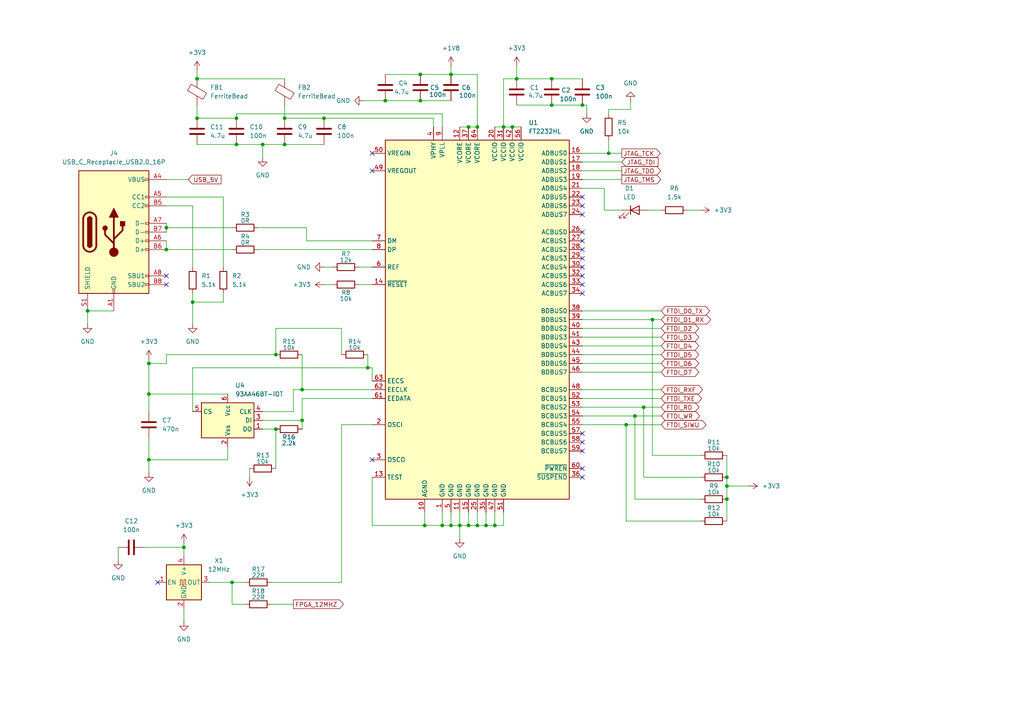
<source format=kicad_sch>
(kicad_sch (version 20231120) (generator "eeschema") (generator_version "8.0")
  (paper "A4")
  (title_block (title "ECP5 85F Platonic Board") (rev "V0.1") (company "ODHIN Unicamp") (comment 1 "Licensed under CERN OHL V2 Permissive") (comment 2 "Designed by: Julio Nunes Avelar"))
  (lib_symbols
    (symbol "Connector:USB_C_Receptacle_USB2.0_16P" (pin_names (offset 1.016))
      (property "Reference" "J" (at 0 22.225 0))
      (property "Value" "USB_C_Receptacle_USB2.0_16P" (at 0 19.685 0))
      (symbol "USB_C_Receptacle_USB2.0_16P_0_0"
        (rectangle (start -0.254 -17.78) (end 0.254 -16.764))
        (rectangle (start 10.16 -14.986) (end 9.144 -15.494))
        (rectangle (start 10.16 -12.446) (end 9.144 -12.954))
        (rectangle (start 10.16 -4.826) (end 9.144 -5.334))
        (rectangle (start 10.16 -2.286) (end 9.144 -2.794))
        (rectangle (start 10.16 0.254) (end 9.144 -0.254))
        (rectangle (start 10.16 2.794) (end 9.144 2.286))
        (rectangle (start 10.16 7.874) (end 9.144 7.366))
        (rectangle (start 10.16 10.414) (end 9.144 9.906))
        (rectangle (start 10.16 15.494) (end 9.144 14.986))
      )
      (symbol "USB_C_Receptacle_USB2.0_16P_0_1"
        (rectangle (start -10.16 17.78) (end 10.16 -17.78) (stroke (width 0.254)) (fill (type background)))
        (arc (start -8.89 -3.81) (mid -6.985 -5.7067) (end -5.08 -3.81) (stroke (width 0.508)))
        (arc (start -7.62 -3.81) (mid -6.985 -4.4423) (end -6.35 -3.81) (stroke (width 0.254)))
        (arc (start -7.62 -3.81) (mid -6.985 -4.4423) (end -6.35 -3.81) (stroke (width 0.254)) (fill (type outline)))
        (rectangle (start -7.62 -3.81) (end -6.35 3.81) (stroke (width 0.254)) (fill (type outline)))
        (arc (start -6.35 3.81) (mid -6.985 4.4423) (end -7.62 3.81) (stroke (width 0.254)))
        (arc (start -6.35 3.81) (mid -6.985 4.4423) (end -7.62 3.81) (stroke (width 0.254)) (fill (type outline)))
        (arc (start -5.08 3.81) (mid -6.985 5.7067) (end -8.89 3.81) (stroke (width 0.508)))
        (circle (center -2.54 1.143) (radius 0.635) (stroke (width 0.254)) (fill (type outline)))
        (circle (center 0 -5.842) (radius 1.27) (fill (type outline)))
        (polyline (pts (xy -8.89 -3.81) (xy -8.89 3.81)) (stroke (width 0.508)))
        (polyline (pts (xy -5.08 3.81) (xy -5.08 -3.81)) (stroke (width 0.508)))
        (polyline (pts (xy 0 -5.842) (xy 0 4.318)) (stroke (width 0.508)))
        (polyline (pts (xy 0 -3.302) (xy -2.54 -0.762) (xy -2.54 0.508)) (stroke (width 0.508)))
        (polyline (pts (xy 0 -2.032) (xy 2.54 0.508) (xy 2.54 1.778)) (stroke (width 0.508)))
        (polyline (pts (xy -1.27 4.318) (xy 0 6.858) (xy 1.27 4.318) (xy -1.27 4.318)) (stroke (width 0.254)) (fill (type outline)))
        (rectangle (start 1.905 1.778) (end 3.175 3.048) (stroke (width 0.254)) (fill (type outline)))
      )
      (symbol "USB_C_Receptacle_USB2.0_16P_1_1"
        (pin passive line (at 0 -22.86 90) (length 5.08) (name "GND") (number "A1"))
        (pin passive line (at 0 -22.86 90) (length 5.08) hide (name "GND") (number "A12"))
        (pin passive line (at 15.24 15.24 180) (length 5.08) (name "VBUS") (number "A4"))
        (pin bidirectional line (at 15.24 10.16 180) (length 5.08) (name "CC1") (number "A5"))
        (pin bidirectional line (at 15.24 -2.54 180) (length 5.08) (name "D+") (number "A6"))
        (pin bidirectional line (at 15.24 2.54 180) (length 5.08) (name "D-") (number "A7"))
        (pin bidirectional line (at 15.24 -12.7 180) (length 5.08) (name "SBU1") (number "A8"))
        (pin passive line (at 15.24 15.24 180) (length 5.08) hide (name "VBUS") (number "A9"))
        (pin passive line (at 0 -22.86 90) (length 5.08) hide (name "GND") (number "B1"))
        (pin passive line (at 0 -22.86 90) (length 5.08) hide (name "GND") (number "B12"))
        (pin passive line (at 15.24 15.24 180) (length 5.08) hide (name "VBUS") (number "B4"))
        (pin bidirectional line (at 15.24 7.62 180) (length 5.08) (name "CC2") (number "B5"))
        (pin bidirectional line (at 15.24 -5.08 180) (length 5.08) (name "D+") (number "B6"))
        (pin bidirectional line (at 15.24 0 180) (length 5.08) (name "D-") (number "B7"))
        (pin bidirectional line (at 15.24 -15.24 180) (length 5.08) (name "SBU2") (number "B8"))
        (pin passive line (at 15.24 15.24 180) (length 5.08) hide (name "VBUS") (number "B9"))
        (pin passive line (at -7.62 -22.86 90) (length 5.08) (name "SHIELD") (number "S1"))
      )
    )
    (symbol "Device:C" (pin_numbers hide) (pin_names (offset 0.254))
      (property "Reference" "C" (at 0.635 2.54 0))
      (property "Value" "C" (at 0.635 -2.54 0))
      (symbol "C_0_1"
        (polyline (pts (xy -2.032 -0.762) (xy 2.032 -0.762)) (stroke (width 0.508)))
        (polyline (pts (xy -2.032 0.762) (xy 2.032 0.762)) (stroke (width 0.508)))
      )
      (symbol "C_1_1"
        (pin passive line (at 0 3.81 270) (length 2.794) (name "~") (number "1"))
        (pin passive line (at 0 -3.81 90) (length 2.794) (name "~") (number "2"))
      )
    )
    (symbol "Device:FerriteBead" (pin_numbers hide) (pin_names (offset 0))
      (property "Reference" "FB" (at -3.81 0.635 90))
      (property "Value" "FerriteBead" (at 3.81 0 90))
      (symbol "FerriteBead_0_1"
        (polyline (pts (xy 0 -1.27) (xy 0 -1.2192)))
        (polyline (pts (xy 0 1.27) (xy 0 1.2954)))
        (polyline (pts (xy -2.7686 0.4064) (xy -1.7018 2.2606) (xy 2.7686 -0.3048) (xy 1.6764 -2.159) (xy -2.7686 0.4064)))
      )
      (symbol "FerriteBead_1_1"
        (pin passive line (at 0 3.81 270) (length 2.54) (name "~") (number "1"))
        (pin passive line (at 0 -3.81 90) (length 2.54) (name "~") (number "2"))
      )
    )
    (symbol "Device:LED" (pin_numbers hide) (pin_names (offset 1.016) hide)
      (property "Reference" "D" (at 0 2.54 0))
      (property "Value" "LED" (at 0 -2.54 0))
      (symbol "LED_0_1"
        (polyline (pts (xy -1.27 -1.27) (xy -1.27 1.27)) (stroke (width 0.254)))
        (polyline (pts (xy -1.27 0) (xy 1.27 0)))
        (polyline (pts (xy 1.27 -1.27) (xy 1.27 1.27) (xy -1.27 0) (xy 1.27 -1.27)) (stroke (width 0.254)))
        (polyline (pts (xy -3.048 -0.762) (xy -4.572 -2.286) (xy -3.81 -2.286) (xy -4.572 -2.286) (xy -4.572 -1.524)))
        (polyline (pts (xy -1.778 -0.762) (xy -3.302 -2.286) (xy -2.54 -2.286) (xy -3.302 -2.286) (xy -3.302 -1.524)))
      )
      (symbol "LED_1_1"
        (pin passive line (at -3.81 0 0) (length 2.54) (name "K") (number "1"))
        (pin passive line (at 3.81 0 180) (length 2.54) (name "A") (number "2"))
      )
    )
    (symbol "Device:R" (pin_numbers hide) (pin_names (offset 0))
      (property "Reference" "R" (at 2.032 0 90))
      (property "Value" "R" (at 0 0 90))
      (symbol "R_0_1"
        (rectangle (start -1.016 -2.54) (end 1.016 2.54) (stroke (width 0.254)))
      )
      (symbol "R_1_1"
        (pin passive line (at 0 3.81 270) (length 1.27) (name "~") (number "1"))
        (pin passive line (at 0 -3.81 90) (length 1.27) (name "~") (number "2"))
      )
    )
    (symbol "Interface_USB:FT2232HL"
      (property "Reference" "U" (at -26.67 53.34 0))
      (property "Value" "FT2232HL" (at 19.05 53.34 0))
      (symbol "FT2232HL_0_1"
        (rectangle (start -26.67 -52.07) (end 26.67 52.07) (stroke (width 0.254)) (fill (type background)))
      )
      (symbol "FT2232HL_1_1"
        (pin power_in line (at -10.16 -55.88 90) (length 3.81) (name "GND") (number "1"))
        (pin power_in line (at -15.24 -55.88 90) (length 3.81) (name "AGND") (number "10"))
        (pin power_in line (at -5.08 -55.88 90) (length 3.81) (name "GND") (number "11"))
        (pin power_in line (at -5.08 55.88 270) (length 3.81) (name "VCORE") (number "12"))
        (pin input line (at -30.48 -45.72 0) (length 3.81) (name "TEST") (number "13"))
        (pin input line (at -30.48 10.16 0) (length 3.81) (name "~{RESET}") (number "14"))
        (pin power_in line (at -2.54 -55.88 90) (length 3.81) (name "GND") (number "15"))
        (pin bidirectional line (at 30.48 48.26 180) (length 3.81) (name "ADBUS0") (number "16"))
        (pin bidirectional line (at 30.48 45.72 180) (length 3.81) (name "ADBUS1") (number "17"))
        (pin bidirectional line (at 30.48 43.18 180) (length 3.81) (name "ADBUS2") (number "18"))
        (pin bidirectional line (at 30.48 40.64 180) (length 3.81) (name "ADBUS3") (number "19"))
        (pin input line (at -30.48 -30.48 0) (length 3.81) (name "OSCI") (number "2"))
        (pin power_in line (at 5.08 55.88 270) (length 3.81) (name "VCCIO") (number "20"))
        (pin bidirectional line (at 30.48 38.1 180) (length 3.81) (name "ADBUS4") (number "21"))
        (pin bidirectional line (at 30.48 35.56 180) (length 3.81) (name "ADBUS5") (number "22"))
        (pin bidirectional line (at 30.48 33.02 180) (length 3.81) (name "ADBUS6") (number "23"))
        (pin bidirectional line (at 30.48 30.48 180) (length 3.81) (name "ADBUS7") (number "24"))
        (pin power_in line (at 0 -55.88 90) (length 3.81) (name "GND") (number "25"))
        (pin bidirectional line (at 30.48 25.4 180) (length 3.81) (name "ACBUS0") (number "26"))
        (pin bidirectional line (at 30.48 22.86 180) (length 3.81) (name "ACBUS1") (number "27"))
        (pin bidirectional line (at 30.48 20.32 180) (length 3.81) (name "ACBUS2") (number "28"))
        (pin bidirectional line (at 30.48 17.78 180) (length 3.81) (name "ACBUS3") (number "29"))
        (pin output line (at -30.48 -40.64 0) (length 3.81) (name "OSCO") (number "3"))
        (pin bidirectional line (at 30.48 15.24 180) (length 3.81) (name "ACBUS4") (number "30"))
        (pin power_in line (at 7.62 55.88 270) (length 3.81) (name "VCCIO") (number "31"))
        (pin bidirectional line (at 30.48 12.7 180) (length 3.81) (name "ACBUS5") (number "32"))
        (pin bidirectional line (at 30.48 10.16 180) (length 3.81) (name "ACBUS6") (number "33"))
        (pin bidirectional line (at 30.48 7.62 180) (length 3.81) (name "ACBUS7") (number "34"))
        (pin power_in line (at 2.54 -55.88 90) (length 3.81) (name "GND") (number "35"))
        (pin output line (at 30.48 -45.72 180) (length 3.81) (name "~{SUSPEND}") (number "36"))
        (pin power_in line (at -2.54 55.88 270) (length 3.81) (name "VCORE") (number "37"))
        (pin bidirectional line (at 30.48 2.54 180) (length 3.81) (name "BDBUS0") (number "38"))
        (pin bidirectional line (at 30.48 0 180) (length 3.81) (name "BDBUS1") (number "39"))
        (pin power_in line (at -12.7 55.88 270) (length 3.81) (name "VPHY") (number "4"))
        (pin bidirectional line (at 30.48 -2.54 180) (length 3.81) (name "BDBUS2") (number "40"))
        (pin bidirectional line (at 30.48 -5.08 180) (length 3.81) (name "BDBUS3") (number "41"))
        (pin power_in line (at 10.16 55.88 270) (length 3.81) (name "VCCIO") (number "42"))
        (pin bidirectional line (at 30.48 -7.62 180) (length 3.81) (name "BDBUS4") (number "43"))
        (pin bidirectional line (at 30.48 -10.16 180) (length 3.81) (name "BDBUS5") (number "44"))
        (pin bidirectional line (at 30.48 -12.7 180) (length 3.81) (name "BDBUS6") (number "45"))
        (pin bidirectional line (at 30.48 -15.24 180) (length 3.81) (name "BDBUS7") (number "46"))
        (pin power_in line (at 5.08 -55.88 90) (length 3.81) (name "GND") (number "47"))
        (pin bidirectional line (at 30.48 -20.32 180) (length 3.81) (name "BCBUS0") (number "48"))
        (pin power_out line (at -30.48 43.18 0) (length 3.81) (name "VREGOUT") (number "49"))
        (pin power_in line (at -7.62 -55.88 90) (length 3.81) (name "GND") (number "5"))
        (pin power_in line (at -30.48 48.26 0) (length 3.81) (name "VREGIN") (number "50"))
        (pin power_in line (at 7.62 -55.88 90) (length 3.81) (name "GND") (number "51"))
        (pin bidirectional line (at 30.48 -22.86 180) (length 3.81) (name "BCBUS1") (number "52"))
        (pin bidirectional line (at 30.48 -25.4 180) (length 3.81) (name "BCBUS2") (number "53"))
        (pin bidirectional line (at 30.48 -27.94 180) (length 3.81) (name "BCBUS3") (number "54"))
        (pin bidirectional line (at 30.48 -30.48 180) (length 3.81) (name "BCBUS4") (number "55"))
        (pin power_in line (at 12.7 55.88 270) (length 3.81) (name "VCCIO") (number "56"))
        (pin bidirectional line (at 30.48 -33.02 180) (length 3.81) (name "BCBUS5") (number "57"))
        (pin bidirectional line (at 30.48 -35.56 180) (length 3.81) (name "BCBUS6") (number "58"))
        (pin bidirectional line (at 30.48 -38.1 180) (length 3.81) (name "BCBUS7") (number "59"))
        (pin output line (at -30.48 15.24 0) (length 3.81) (name "REF") (number "6"))
        (pin output line (at 30.48 -43.18 180) (length 3.81) (name "~{PWREN}") (number "60"))
        (pin bidirectional line (at -30.48 -22.86 0) (length 3.81) (name "EEDATA") (number "61"))
        (pin output line (at -30.48 -20.32 0) (length 3.81) (name "EECLK") (number "62"))
        (pin output line (at -30.48 -17.78 0) (length 3.81) (name "EECS") (number "63"))
        (pin power_in line (at 0 55.88 270) (length 3.81) (name "VCORE") (number "64"))
        (pin bidirectional line (at -30.48 22.86 0) (length 3.81) (name "DM") (number "7"))
        (pin bidirectional line (at -30.48 20.32 0) (length 3.81) (name "DP") (number "8"))
        (pin input line (at -10.16 55.88 270) (length 3.81) (name "VPLL") (number "9"))
      )
    )
    (symbol "Memory_EEPROM:93AAxxBT-xOT"
      (property "Reference" "U" (at -7.62 6.35 0))
      (property "Value" "93AAxxBT-xOT" (at 1.27 6.35 0))
      (symbol "93AAxxBT-xOT_1_1"
        (rectangle (start -7.62 5.08) (end 7.62 -5.08) (stroke (width 0.254)) (fill (type background)))
        (pin tri_state line (at 10.16 -2.54 180) (length 2.54) (name "DO") (number "1"))
        (pin power_in line (at 0 -7.62 90) (length 2.54) (name "Vss") (number "2"))
        (pin input line (at 10.16 0 180) (length 2.54) (name "DI") (number "3"))
        (pin input line (at 10.16 2.54 180) (length 2.54) (name "CLK") (number "4"))
        (pin input line (at -10.16 2.54 0) (length 2.54) (name "CS") (number "5"))
        (pin power_in line (at 0 7.62 270) (length 2.54) (name "Vcc") (number "6"))
      )
    )
    (symbol "Oscillator:XO32" (pin_names (offset 0.254))
      (property "Reference" "X" (at -5.08 6.35 0))
      (property "Value" "XO32" (at 1.27 -6.35 0))
      (symbol "XO32_0_1"
        (rectangle (start -5.08 5.08) (end 5.08 -5.08) (stroke (width 0.254)) (fill (type background)))
        (polyline (pts (xy -1.27 -0.762) (xy -1.016 -0.762) (xy -1.016 0.762) (xy -0.508 0.762) (xy -0.508 -0.762) (xy 0 -0.762) (xy 0 0.762) (xy 0.508 0.762) (xy 0.508 -0.762) (xy 0.762 -0.762)))
      )
      (symbol "XO32_1_1"
        (pin input line (at -7.62 0 0) (length 2.54) (name "EN") (number "1"))
        (pin power_in line (at 0 -7.62 90) (length 2.54) (name "GND") (number "2"))
        (pin output line (at 7.62 0 180) (length 2.54) (name "OUT") (number "3"))
        (pin power_in line (at 0 7.62 270) (length 2.54) (name "V+") (number "4"))
      )
    )
    (symbol "power:+1V8" (power) (pin_numbers hide) (pin_names (offset 0) hide)
      (property "Value" "+1V8" (at 0 3.556 0))
      (symbol "+1V8_0_1"
        (polyline (pts (xy -0.762 1.27) (xy 0 2.54)))
        (polyline (pts (xy 0 0) (xy 0 2.54)))
        (polyline (pts (xy 0 2.54) (xy 0.762 1.27)))
      )
      (symbol "+1V8_1_1"
        (pin power_in line (at 0 0 90) (length 0) (name "~") (number "1"))
      )
    )
    (symbol "power:+3V3" (power) (pin_numbers hide) (pin_names (offset 0) hide)
      (property "Value" "+3V3" (at 0 3.556 0))
      (symbol "+3V3_0_1"
        (polyline (pts (xy -0.762 1.27) (xy 0 2.54)))
        (polyline (pts (xy 0 0) (xy 0 2.54)))
        (polyline (pts (xy 0 2.54) (xy 0.762 1.27)))
      )
      (symbol "+3V3_1_1"
        (pin power_in line (at 0 0 90) (length 0) (name "~") (number "1"))
      )
    )
    (symbol "power:GND" (power) (pin_numbers hide) (pin_names (offset 0) hide)
      (property "Value" "GND" (at 0 -3.81 0))
      (symbol "GND_0_1"
        (polyline (pts (xy 0 0) (xy 0 -1.27) (xy 1.27 -1.27) (xy 0 -2.54) (xy -1.27 -1.27) (xy 0 -1.27)))
      )
      (symbol "GND_1_1"
        (pin power_in line (at 0 0 270) (length 0) (name "~") (number "1"))
      )
    )
  )
  (junction (at 80.01 124.46))
  (junction (at 57.15 22.86))
  (junction (at 135.89 152.4))
  (junction (at 43.18 133.35))
  (junction (at 53.34 158.75))
  (junction (at 135.89 36.83))
  (junction (at 160.02 22.86))
  (junction (at 210.82 140.97))
  (junction (at 55.88 87.63))
  (junction (at 176.53 44.45))
  (junction (at 123.19 152.4))
  (junction (at 57.15 34.29))
  (junction (at 210.82 144.78))
  (junction (at 43.18 114.3))
  (junction (at 111.76 29.21))
  (junction (at 189.23 92.71))
  (junction (at 168.91 30.48))
  (junction (at 186.69 118.11))
  (junction (at 68.58 34.29))
  (junction (at 143.51 152.4))
  (junction (at 93.98 34.29))
  (junction (at 43.18 105.41))
  (junction (at 48.26 66.04))
  (junction (at 87.63 113.03))
  (junction (at 133.35 152.4))
  (junction (at 149.86 22.86))
  (junction (at 25.4 90.17))
  (junction (at 48.26 72.39))
  (junction (at 128.27 152.4))
  (junction (at 106.68 106.68))
  (junction (at 148.59 36.83))
  (junction (at 80.01 102.87))
  (junction (at 146.05 36.83))
  (junction (at 82.55 41.91))
  (junction (at 184.15 120.65))
  (junction (at 82.55 34.29))
  (junction (at 210.82 138.43))
  (junction (at 140.97 152.4))
  (junction (at 181.61 123.19))
  (junction (at 121.92 29.21))
  (junction (at 76.2 41.91))
  (junction (at 121.92 21.59))
  (junction (at 138.43 36.83))
  (junction (at 160.02 30.48))
  (junction (at 130.81 152.4))
  (junction (at 67.31 168.91))
  (junction (at 68.58 41.91))
  (junction (at 130.81 21.59))
  (junction (at 138.43 152.4))
  (junction (at 87.63 121.92))
  (no_connect (at 168.91 72.39))
  (no_connect (at 107.95 49.53))
  (no_connect (at 168.91 80.01))
  (no_connect (at 168.91 85.09))
  (no_connect (at 168.91 82.55))
  (no_connect (at 168.91 67.31))
  (no_connect (at 107.95 44.45))
  (no_connect (at 48.26 82.55))
  (no_connect (at 168.91 138.43))
  (no_connect (at 168.91 125.73))
  (no_connect (at 168.91 74.93))
  (no_connect (at 48.26 80.01))
  (no_connect (at 45.72 168.91))
  (no_connect (at 168.91 59.69))
  (no_connect (at 107.95 133.35))
  (no_connect (at 168.91 57.15))
  (no_connect (at 168.91 69.85))
  (no_connect (at 168.91 62.23))
  (no_connect (at 168.91 128.27))
  (no_connect (at 168.91 130.81))
  (no_connect (at 168.91 135.89))
  (no_connect (at 168.91 77.47))
  (wire (pts (xy 43.18 104.14) (xy 43.18 105.41)))
  (wire (pts (xy 168.91 52.07) (xy 180.34 52.07)))
  (wire (pts (xy 68.58 33.02) (xy 68.58 34.29)))
  (wire (pts (xy 111.76 21.59) (xy 121.92 21.59)))
  (wire (pts (xy 53.34 176.53) (xy 53.34 180.34)))
  (wire (pts (xy 133.35 148.59) (xy 133.35 152.4)))
  (wire (pts (xy 87.63 121.92) (xy 87.63 115.57)))
  (wire (pts (xy 143.51 36.83) (xy 146.05 36.83)))
  (wire (pts (xy 138.43 21.59) (xy 130.81 21.59)))
  (wire (pts (xy 80.01 102.87) (xy 80.01 95.25)))
  (wire (pts (xy 87.63 113.03) (xy 107.95 113.03)))
  (wire (pts (xy 107.95 152.4) (xy 123.19 152.4)))
  (wire (pts (xy 99.06 123.19) (xy 107.95 123.19)))
  (wire (pts (xy 135.89 36.83) (xy 138.43 36.83)))
  (wire (pts (xy 138.43 36.83) (xy 138.43 21.59)))
  (wire (pts (xy 34.29 158.75) (xy 34.29 162.56)))
  (wire (pts (xy 146.05 152.4) (xy 143.51 152.4)))
  (wire (pts (xy 210.82 144.78) (xy 210.82 151.13)))
  (wire (pts (xy 76.2 121.92) (xy 87.63 121.92)))
  (wire (pts (xy 149.86 19.05) (xy 149.86 22.86)))
  (wire (pts (xy 128.27 148.59) (xy 128.27 152.4)))
  (wire (pts (xy 168.91 120.65) (xy 184.15 120.65)))
  (wire (pts (xy 67.31 168.91) (xy 71.12 168.91)))
  (wire (pts (xy 168.91 54.61) (xy 175.26 54.61)))
  (wire (pts (xy 107.95 106.68) (xy 107.95 110.49)))
  (wire (pts (xy 143.51 148.59) (xy 143.51 152.4)))
  (wire (pts (xy 105.41 29.21) (xy 111.76 29.21)))
  (wire (pts (xy 85.09 119.38) (xy 85.09 113.03)))
  (wire (pts (xy 76.2 41.91) (xy 82.55 41.91)))
  (wire (pts (xy 146.05 36.83) (xy 146.05 22.86)))
  (wire (pts (xy 135.89 148.59) (xy 135.89 152.4)))
  (wire (pts (xy 80.01 95.25) (xy 99.06 95.25)))
  (wire (pts (xy 210.82 138.43) (xy 210.82 140.97)))
  (wire (pts (xy 168.91 113.03) (xy 191.77 113.03)))
  (wire (pts (xy 48.26 105.41) (xy 48.26 102.87)))
  (wire (pts (xy 55.88 119.38) (xy 55.88 106.68)))
  (wire (pts (xy 168.91 105.41) (xy 191.77 105.41)))
  (wire (pts (xy 25.4 90.17) (xy 25.4 93.98)))
  (wire (pts (xy 76.2 41.91) (xy 76.2 45.72)))
  (wire (pts (xy 64.77 57.15) (xy 64.77 77.47)))
  (wire (pts (xy 210.82 140.97) (xy 210.82 144.78)))
  (wire (pts (xy 138.43 148.59) (xy 138.43 152.4)))
  (wire (pts (xy 55.88 106.68) (xy 106.68 106.68)))
  (wire (pts (xy 168.91 123.19) (xy 181.61 123.19)))
  (wire (pts (xy 78.74 168.91) (xy 99.06 168.91)))
  (wire (pts (xy 128.27 33.02) (xy 68.58 33.02)))
  (wire (pts (xy 72.39 135.89) (xy 72.39 138.43)))
  (wire (pts (xy 123.19 152.4) (xy 123.19 148.59)))
  (wire (pts (xy 203.2 151.13) (xy 181.61 151.13)))
  (wire (pts (xy 170.18 30.48) (xy 168.91 30.48)))
  (wire (pts (xy 186.69 118.11) (xy 191.77 118.11)))
  (wire (pts (xy 93.98 82.55) (xy 96.52 82.55)))
  (wire (pts (xy 67.31 72.39) (xy 48.26 72.39)))
  (wire (pts (xy 146.05 148.59) (xy 146.05 152.4)))
  (wire (pts (xy 43.18 133.35) (xy 43.18 137.16)))
  (wire (pts (xy 149.86 22.86) (xy 160.02 22.86)))
  (wire (pts (xy 203.2 138.43) (xy 186.69 138.43)))
  (wire (pts (xy 184.15 144.78) (xy 184.15 120.65)))
  (wire (pts (xy 43.18 105.41) (xy 43.18 114.3)))
  (wire (pts (xy 181.61 123.19) (xy 191.77 123.19)))
  (wire (pts (xy 53.34 157.48) (xy 53.34 158.75)))
  (wire (pts (xy 168.91 49.53) (xy 180.34 49.53)))
  (wire (pts (xy 74.93 66.04) (xy 88.9 66.04)))
  (wire (pts (xy 82.55 34.29) (xy 93.98 34.29)))
  (wire (pts (xy 85.09 113.03) (xy 87.63 113.03)))
  (wire (pts (xy 133.35 152.4) (xy 130.81 152.4)))
  (wire (pts (xy 182.88 29.21) (xy 182.88 31.75)))
  (wire (pts (xy 71.12 175.26) (xy 67.31 175.26)))
  (wire (pts (xy 41.91 158.75) (xy 53.34 158.75)))
  (wire (pts (xy 87.63 121.92) (xy 87.63 124.46)))
  (wire (pts (xy 210.82 132.08) (xy 210.82 138.43)))
  (wire (pts (xy 57.15 41.91) (xy 68.58 41.91)))
  (wire (pts (xy 148.59 36.83) (xy 151.13 36.83)))
  (wire (pts (xy 57.15 22.86) (xy 82.55 22.86)))
  (wire (pts (xy 121.92 21.59) (xy 130.81 21.59)))
  (wire (pts (xy 88.9 69.85) (xy 107.95 69.85)))
  (wire (pts (xy 55.88 87.63) (xy 55.88 93.98)))
  (wire (pts (xy 87.63 102.87) (xy 87.63 113.03)))
  (wire (pts (xy 78.74 175.26) (xy 85.09 175.26)))
  (wire (pts (xy 133.35 152.4) (xy 133.35 156.21)))
  (wire (pts (xy 143.51 152.4) (xy 140.97 152.4)))
  (wire (pts (xy 182.88 31.75) (xy 176.53 31.75)))
  (wire (pts (xy 168.91 107.95) (xy 191.77 107.95)))
  (wire (pts (xy 181.61 151.13) (xy 181.61 123.19)))
  (wire (pts (xy 111.76 29.21) (xy 121.92 29.21)))
  (wire (pts (xy 53.34 158.75) (xy 53.34 161.29)))
  (wire (pts (xy 55.88 85.09) (xy 55.88 87.63)))
  (wire (pts (xy 43.18 105.41) (xy 48.26 105.41)))
  (wire (pts (xy 128.27 152.4) (xy 123.19 152.4)))
  (wire (pts (xy 43.18 114.3) (xy 43.18 119.38)))
  (wire (pts (xy 140.97 148.59) (xy 140.97 152.4)))
  (wire (pts (xy 168.91 95.25) (xy 191.77 95.25)))
  (wire (pts (xy 64.77 87.63) (xy 64.77 85.09)))
  (wire (pts (xy 107.95 138.43) (xy 107.95 152.4)))
  (wire (pts (xy 189.23 132.08) (xy 189.23 92.71)))
  (wire (pts (xy 130.81 152.4) (xy 128.27 152.4)))
  (wire (pts (xy 67.31 66.04) (xy 48.26 66.04)))
  (wire (pts (xy 104.14 77.47) (xy 107.95 77.47)))
  (wire (pts (xy 128.27 36.83) (xy 128.27 33.02)))
  (wire (pts (xy 25.4 90.17) (xy 33.02 90.17)))
  (wire (pts (xy 168.91 44.45) (xy 176.53 44.45)))
  (wire (pts (xy 43.18 114.3) (xy 66.04 114.3)))
  (wire (pts (xy 88.9 66.04) (xy 88.9 69.85)))
  (wire (pts (xy 203.2 132.08) (xy 189.23 132.08)))
  (wire (pts (xy 76.2 124.46) (xy 80.01 124.46)))
  (wire (pts (xy 104.14 82.55) (xy 107.95 82.55)))
  (wire (pts (xy 82.55 41.91) (xy 93.98 41.91)))
  (wire (pts (xy 60.96 168.91) (xy 67.31 168.91)))
  (wire (pts (xy 82.55 30.48) (xy 82.55 34.29)))
  (wire (pts (xy 48.26 69.85) (xy 48.26 72.39)))
  (wire (pts (xy 146.05 36.83) (xy 148.59 36.83)))
  (wire (pts (xy 55.88 77.47) (xy 55.88 59.69)))
  (wire (pts (xy 106.68 102.87) (xy 106.68 106.68)))
  (wire (pts (xy 203.2 144.78) (xy 184.15 144.78)))
  (wire (pts (xy 133.35 36.83) (xy 135.89 36.83)))
  (wire (pts (xy 135.89 152.4) (xy 133.35 152.4)))
  (wire (pts (xy 48.26 57.15) (xy 64.77 57.15)))
  (wire (pts (xy 76.2 119.38) (xy 85.09 119.38)))
  (wire (pts (xy 87.63 115.57) (xy 107.95 115.57)))
  (wire (pts (xy 217.17 140.97) (xy 210.82 140.97)))
  (wire (pts (xy 149.86 30.48) (xy 160.02 30.48)))
  (wire (pts (xy 189.23 92.71) (xy 191.77 92.71)))
  (wire (pts (xy 99.06 95.25) (xy 99.06 102.87)))
  (wire (pts (xy 168.91 92.71) (xy 189.23 92.71)))
  (wire (pts (xy 43.18 127) (xy 43.18 133.35)))
  (wire (pts (xy 168.91 102.87) (xy 191.77 102.87)))
  (wire (pts (xy 130.81 19.05) (xy 130.81 21.59)))
  (wire (pts (xy 138.43 152.4) (xy 135.89 152.4)))
  (wire (pts (xy 55.88 87.63) (xy 64.77 87.63)))
  (wire (pts (xy 57.15 30.48) (xy 57.15 34.29)))
  (wire (pts (xy 168.91 90.17) (xy 191.77 90.17)))
  (wire (pts (xy 43.18 133.35) (xy 66.04 133.35)))
  (wire (pts (xy 187.96 60.96) (xy 191.77 60.96)))
  (wire (pts (xy 106.68 106.68) (xy 107.95 106.68)))
  (wire (pts (xy 176.53 44.45) (xy 180.34 44.45)))
  (wire (pts (xy 175.26 60.96) (xy 180.34 60.96)))
  (wire (pts (xy 186.69 138.43) (xy 186.69 118.11)))
  (wire (pts (xy 199.39 60.96) (xy 203.2 60.96)))
  (wire (pts (xy 99.06 168.91) (xy 99.06 123.19)))
  (wire (pts (xy 176.53 40.64) (xy 176.53 44.45)))
  (wire (pts (xy 57.15 34.29) (xy 68.58 34.29)))
  (wire (pts (xy 125.73 36.83) (xy 125.73 34.29)))
  (wire (pts (xy 130.81 148.59) (xy 130.81 152.4)))
  (wire (pts (xy 168.91 118.11) (xy 186.69 118.11)))
  (wire (pts (xy 55.88 59.69) (xy 48.26 59.69)))
  (wire (pts (xy 168.91 97.79) (xy 191.77 97.79)))
  (wire (pts (xy 168.91 46.99) (xy 180.34 46.99)))
  (wire (pts (xy 168.91 115.57) (xy 191.77 115.57)))
  (wire (pts (xy 67.31 168.91) (xy 67.31 175.26)))
  (wire (pts (xy 121.92 29.21) (xy 130.81 29.21)))
  (wire (pts (xy 168.91 100.33) (xy 191.77 100.33)))
  (wire (pts (xy 160.02 30.48) (xy 168.91 30.48)))
  (wire (pts (xy 93.98 77.47) (xy 96.52 77.47)))
  (wire (pts (xy 175.26 54.61) (xy 175.26 60.96)))
  (wire (pts (xy 48.26 64.77) (xy 48.26 66.04)))
  (wire (pts (xy 160.02 22.86) (xy 168.91 22.86)))
  (wire (pts (xy 146.05 22.86) (xy 149.86 22.86)))
  (wire (pts (xy 48.26 52.07) (xy 54.61 52.07)))
  (wire (pts (xy 80.01 124.46) (xy 80.01 135.89)))
  (wire (pts (xy 125.73 34.29) (xy 93.98 34.29)))
  (wire (pts (xy 48.26 102.87) (xy 80.01 102.87)))
  (wire (pts (xy 140.97 152.4) (xy 138.43 152.4)))
  (wire (pts (xy 184.15 120.65) (xy 191.77 120.65)))
  (wire (pts (xy 68.58 41.91) (xy 76.2 41.91)))
  (wire (pts (xy 176.53 31.75) (xy 176.53 33.02)))
  (wire (pts (xy 170.18 33.02) (xy 170.18 30.48)))
  (wire (pts (xy 74.93 72.39) (xy 107.95 72.39)))
  (wire (pts (xy 66.04 133.35) (xy 66.04 129.54)))
  (wire (pts (xy 57.15 20.32) (xy 57.15 22.86)))
  (wire (pts (xy 48.26 66.04) (xy 48.26 67.31)))
  (global_label "FTDI_D0_TX" (shape bidirectional) (at 191.77 90.17 0) (property "Intersheetrefs" "${INTERSHEET_REFS}" (effects (hide yes))))
  (global_label "JTAG_TMS" (shape output) (at 180.34 52.07 0) (property "Intersheetrefs" "${INTERSHEET_REFS}" (effects (hide yes))))
  (global_label "FTDI_WR" (shape bidirectional) (at 191.77 120.65 0) (property "Intersheetrefs" "${INTERSHEET_REFS}" (effects (hide yes))))
  (global_label "FTDI_D4" (shape bidirectional) (at 191.77 100.33 0) (property "Intersheetrefs" "${INTERSHEET_REFS}" (effects (hide yes))))
  (global_label "FTDI_D7" (shape bidirectional) (at 191.77 107.95 0) (property "Intersheetrefs" "${INTERSHEET_REFS}" (effects (hide yes))))
  (global_label "FTDI_D1_RX" (shape bidirectional) (at 191.77 92.71 0) (property "Intersheetrefs" "${INTERSHEET_REFS}" (effects (hide yes))))
  (global_label "FTDI_RD" (shape bidirectional) (at 191.77 118.11 0) (property "Intersheetrefs" "${INTERSHEET_REFS}" (effects (hide yes))))
  (global_label "FPGA_12MHZ" (shape output) (at 85.09 175.26 0) (property "Intersheetrefs" "${INTERSHEET_REFS}" (effects (hide yes))))
  (global_label "FTDI_D5" (shape bidirectional) (at 191.77 102.87 0) (property "Intersheetrefs" "${INTERSHEET_REFS}" (effects (hide yes))))
  (global_label "JTAG_TDO" (shape output) (at 180.34 49.53 0) (property "Intersheetrefs" "${INTERSHEET_REFS}" (effects (hide yes))))
  (global_label "JTAG_TDI" (shape input) (at 180.34 46.99 0) (property "Intersheetrefs" "${INTERSHEET_REFS}" (effects (hide yes))))
  (global_label "FTDI_D6" (shape bidirectional) (at 191.77 105.41 0) (property "Intersheetrefs" "${INTERSHEET_REFS}" (effects (hide yes))))
  (global_label "USB_5V" (shape input) (at 54.61 52.07 0) (property "Intersheetrefs" "${INTERSHEET_REFS}" (effects (hide yes))))
  (global_label "FTDI_RXF" (shape bidirectional) (at 191.77 113.03 0) (property "Intersheetrefs" "${INTERSHEET_REFS}" (effects (hide yes))))
  (global_label "FTDI_SIWU" (shape bidirectional) (at 191.77 123.19 0) (property "Intersheetrefs" "${INTERSHEET_REFS}" (effects (hide yes))))
  (global_label "FTDI_D3" (shape bidirectional) (at 191.77 97.79 0) (property "Intersheetrefs" "${INTERSHEET_REFS}" (effects (hide yes))))
  (global_label "FTDI_TXE" (shape bidirectional) (at 191.77 115.57 0) (property "Intersheetrefs" "${INTERSHEET_REFS}" (effects (hide yes))))
  (global_label "JTAG_TCK" (shape output) (at 180.34 44.45 0) (property "Intersheetrefs" "${INTERSHEET_REFS}" (effects (hide yes))))
  (global_label "FTDI_D2" (shape bidirectional) (at 191.77 95.25 0) (property "Intersheetrefs" "${INTERSHEET_REFS}" (effects (hide yes))))
  (symbol (lib_id "power:+3V3") (at 93.98 82.55 90) (unit 1)
    (property "Reference" "#PWR06" (effects (hide yes)))
    (property "Value" "+3V3" (at 90.17 82.5499 90) (effects (justify left)))
    (property "Description" "Power symbol creates a global label with name \"+3V3\"" (effects (hide yes)))
  )
  (symbol (lib_id "power:GND") (at 76.2 45.72 0) (unit 1)
    (property "Reference" "#PWR019" (effects (hide yes)))
    (property "Value" "GND" (at 76.2 50.8 0))
    (property "Description" "Power symbol creates a global label with name \"GND\" , ground" (effects (hide yes)))
  )
  (symbol (lib_id "Device:FerriteBead") (at 57.15 26.67 0) (unit 1)
    (property "Reference" "FB1" (at 60.96 25.3491 0) (effects (justify left)))
    (property "Value" "FerriteBead" (at 60.96 27.8891 0) (effects (justify left)))
    (property "Description" "Ferrite bead" (effects (hide yes)))
  )
  (symbol (lib_id "Device:R") (at 207.01 132.08 90) (unit 1)
    (property "Reference" "R11" (at 207.01 128.27 90))
    (property "Value" "10k" (at 207.01 130.048 90))
    (property "Description" "Resistor" (effects (hide yes)))
  )
  (symbol (lib_id "Device:R") (at 176.53 36.83 0) (unit 1)
    (property "Reference" "R5" (at 179.07 35.5599 0) (effects (justify left)))
    (property "Value" "10k" (at 179.07 38.0999 0) (effects (justify left)))
    (property "Description" "Resistor" (effects (hide yes)))
  )
  (symbol (lib_id "Device:R") (at 83.82 124.46 270) (unit 1)
    (property "Reference" "R16" (at 83.82 126.746 90))
    (property "Value" "2.2k" (at 83.82 128.524 90))
    (property "Description" "Resistor" (effects (hide yes)))
  )
  (symbol (lib_id "Connector:USB_C_Receptacle_USB2.0_16P") (at 33.02 67.31 0) (unit 1)
    (property "Reference" "J4" (at 33.02 44.45 0))
    (property "Value" "USB_C_Receptacle_USB2.0_16P" (at 33.02 46.99 0))
    (property "Footprint" "Connector_USB:USB_C_Receptacle_G-Switch_GT-USB-7010ASV" (effects (hide yes)))
    (property "Datasheet" "https://www.usb.org/sites/default/files/documents/usb_type-c.zip" (effects (hide yes)))
    (property "Description" "USB 2.0-only 16P Type-C Receptacle connector" (effects (hide yes)))
  )
  (symbol (lib_id "power:+3V3") (at 149.86 19.05 0) (unit 1)
    (property "Reference" "#PWR09" (effects (hide yes)))
    (property "Value" "+3V3" (at 149.86 13.97 0))
    (property "Description" "Power symbol creates a global label with name \"+3V3\"" (effects (hide yes)))
  )
  (symbol (lib_id "Device:R") (at 76.2 135.89 90) (unit 1)
    (property "Reference" "R13" (at 76.2 132.08 90))
    (property "Value" "10k" (at 76.2 133.858 90))
    (property "Description" "Resistor" (effects (hide yes)))
  )
  (symbol (lib_id "Device:R") (at 74.93 175.26 90) (unit 1)
    (property "Reference" "R18" (at 74.93 171.45 90))
    (property "Value" "22R" (at 74.93 173.228 90))
    (property "Description" "Resistor" (effects (hide yes)))
  )
  (symbol (lib_id "power:GND") (at 34.29 162.56 0) (unit 1)
    (property "Reference" "#PWR018" (effects (hide yes)))
    (property "Value" "GND" (at 34.29 167.64 0))
    (property "Description" "Power symbol creates a global label with name \"GND\" , ground" (effects (hide yes)))
  )
  (symbol (lib_id "power:+3V3") (at 53.34 157.48 0) (unit 1)
    (property "Reference" "#PWR017" (effects (hide yes)))
    (property "Value" "+3V3" (at 53.34 152.4 0))
    (property "Description" "Power symbol creates a global label with name \"+3V3\"" (effects (hide yes)))
  )
  (symbol (lib_id "Device:FerriteBead") (at 82.55 26.67 0) (unit 1)
    (property "Reference" "FB2" (at 86.36 25.3491 0) (effects (justify left)))
    (property "Value" "FerriteBead" (at 86.36 27.8891 0) (effects (justify left)))
    (property "Description" "Ferrite bead" (effects (hide yes)))
  )
  (symbol (lib_id "Device:R") (at 83.82 102.87 90) (unit 1)
    (property "Reference" "R15" (at 83.82 99.06 90))
    (property "Value" "10k" (at 83.82 100.838 90))
    (property "Description" "Resistor" (effects (hide yes)))
  )
  (symbol (lib_id "Device:C") (at 82.55 38.1 0) (unit 1)
    (property "Reference" "C9" (at 86.36 36.8299 0) (effects (justify left)))
    (property "Value" "4.7u" (at 86.36 39.3699 0) (effects (justify left)))
    (property "Description" "Unpolarized capacitor" (effects (hide yes)))
  )
  (symbol (lib_id "Device:C") (at 68.58 38.1 0) (unit 1)
    (property "Reference" "C10" (at 72.39 36.8299 0) (effects (justify left)))
    (property "Value" "100n" (at 72.39 39.3699 0) (effects (justify left)))
    (property "Description" "Unpolarized capacitor" (effects (hide yes)))
  )
  (symbol (lib_id "power:+3V3") (at 72.39 138.43 180) (unit 1)
    (property "Reference" "#PWR014" (effects (hide yes)))
    (property "Value" "+3V3" (at 72.39 143.51 0))
    (property "Description" "Power symbol creates a global label with name \"+3V3\"" (effects (hide yes)))
  )
  (symbol (lib_id "Device:R") (at 74.93 168.91 90) (unit 1)
    (property "Reference" "R17" (at 74.93 165.1 90))
    (property "Value" "22R" (at 74.93 166.878 90))
    (property "Description" "Resistor" (effects (hide yes)))
  )
  (symbol (lib_id "Device:C") (at 160.02 26.67 0) (unit 1)
    (property "Reference" "C2" (at 162.814 26.162 0) (effects (justify left)))
    (property "Value" "100n" (at 162.306 28.702 0) (effects (justify left)))
    (property "Description" "Unpolarized capacitor" (effects (hide yes)))
  )
  (symbol (lib_id "power:+3V3") (at 57.15 20.32 0) (unit 1)
    (property "Reference" "#PWR020" (effects (hide yes)))
    (property "Value" "+3V3" (at 57.15 15.24 0))
    (property "Description" "Power symbol creates a global label with name \"+3V3\"" (effects (hide yes)))
  )
  (symbol (lib_id "power:GND") (at 105.41 29.21 270) (unit 1)
    (property "Reference" "#PWR011" (effects (hide yes)))
    (property "Value" "GND" (at 101.6 29.2099 90) (effects (justify right)))
    (property "Description" "Power symbol creates a global label with name \"GND\" , ground" (effects (hide yes)))
  )
  (symbol (lib_id "Device:C") (at 149.86 26.67 0) (unit 1)
    (property "Reference" "C1" (at 153.67 25.3999 0) (effects (justify left)))
    (property "Value" "4.7u" (at 153.162 27.686 0) (effects (justify left)))
    (property "Description" "Unpolarized capacitor" (effects (hide yes)))
  )
  (symbol (lib_id "Device:C") (at 93.98 38.1 0) (unit 1)
    (property "Reference" "C8" (at 97.79 36.8299 0) (effects (justify left)))
    (property "Value" "100n" (at 97.79 39.3699 0) (effects (justify left)))
    (property "Description" "Unpolarized capacitor" (effects (hide yes)))
  )
  (symbol (lib_id "Device:R") (at 100.33 77.47 90) (unit 1)
    (property "Reference" "R7" (at 100.33 73.66 90))
    (property "Value" "12k" (at 100.33 75.438 90))
    (property "Description" "Resistor" (effects (hide yes)))
  )
  (symbol (lib_id "power:+3V3") (at 43.18 104.14 0) (unit 1)
    (property "Reference" "#PWR013" (effects (hide yes)))
    (property "Value" "+3V3" (at 43.18 99.06 0))
    (property "Description" "Power symbol creates a global label with name \"+3V3\"" (effects (hide yes)))
  )
  (symbol (lib_id "power:GND") (at 43.18 137.16 0) (unit 1)
    (property "Reference" "#PWR015" (effects (hide yes)))
    (property "Value" "GND" (at 43.18 142.24 0))
    (property "Description" "Power symbol creates a global label with name \"GND\" , ground" (effects (hide yes)))
  )
  (symbol (lib_id "Oscillator:XO32") (at 53.34 168.91 0) (unit 1)
    (property "Reference" "X1" (at 63.5 162.5914 0))
    (property "Value" "12MHz" (at 63.5 165.1314 0))
    (property "Footprint" "Oscillator:Oscillator_SMD_EuroQuartz_XO32-4Pin_3.2x2.5mm" (effects (hide yes)))
    (property "Datasheet" "http://cdn-reichelt.de/documents/datenblatt/B400/XO32.pdf" (effects (hide yes)))
    (property "Description" "HCMOS Clock Oscillator" (effects (hide yes)))
  )
  (symbol (lib_id "Device:R") (at 71.12 72.39 90) (unit 1)
    (property "Reference" "R4" (at 71.12 68.58 90))
    (property "Value" "0R" (at 71.12 70.358 90))
    (property "Description" "Resistor" (effects (hide yes)))
  )
  (symbol (lib_id "power:GND") (at 25.4 93.98 0) (unit 1)
    (property "Reference" "#PWR01" (effects (hide yes)))
    (property "Value" "GND" (at 25.4 99.06 0))
    (property "Description" "Power symbol creates a global label with name \"GND\" , ground" (effects (hide yes)))
  )
  (symbol (lib_id "Device:C") (at 130.81 25.4 0) (unit 1)
    (property "Reference" "C6" (at 133.858 25.4 0) (effects (justify left)))
    (property "Value" "100n" (at 133.096 27.686 0) (effects (justify left)))
    (property "Description" "Unpolarized capacitor" (effects (hide yes)))
  )
  (symbol (lib_id "Device:C") (at 121.92 25.4 0) (unit 1)
    (property "Reference" "C5" (at 124.714 25.4 0) (effects (justify left)))
    (property "Value" "100n" (at 124.46 27.432 0) (effects (justify left)))
    (property "Description" "Unpolarized capacitor" (effects (hide yes)))
  )
  (symbol (lib_id "Device:R") (at 207.01 151.13 90) (unit 1)
    (property "Reference" "R12" (at 207.01 147.32 90))
    (property "Value" "10k" (at 207.01 149.098 90))
    (property "Description" "Resistor" (effects (hide yes)))
  )
  (symbol (lib_id "Interface_USB:FT2232HL") (at 138.43 92.71 0) (unit 1)
    (property "Reference" "U1" (at 153.3241 35.56 0) (effects (justify left)))
    (property "Value" "FT2232HL" (at 153.3241 38.1 0) (effects (justify left)))
    (property "Footprint" "Package_QFP:LQFP-64_10x10mm_P0.5mm" (effects (hide yes)))
    (property "Datasheet" "https://www.ftdichip.com/Support/Documents/DataSheets/ICs/DS_FT2232H.pdf" (effects (hide yes)))
    (property "Description" "Hi Speed Double Channel USB UART/FIFO, LQFP-64" (effects (hide yes)))
  )
  (symbol (lib_id "power:GND") (at 133.35 156.21 0) (unit 1)
    (property "Reference" "#PWR03" (effects (hide yes)))
    (property "Value" "GND" (at 133.35 161.29 0))
    (property "Description" "Power symbol creates a global label with name \"GND\" , ground" (effects (hide yes)))
  )
  (symbol (lib_id "Memory_EEPROM:93AAxxBT-xOT") (at 66.04 121.92 0) (unit 1)
    (property "Reference" "U4" (at 68.2341 111.76 0) (effects (justify left)))
    (property "Value" "93AA46BT-iOT" (at 68.2341 114.3 0) (effects (justify left)))
    (property "Footprint" "Package_DIP:DIP-8-16_W7.62mm_Socket_LongPads" (effects (hide yes)))
    (property "Datasheet" "http://ww1.microchip.com/downloads/en/DeviceDoc/20001749K.pdf" (effects (hide yes)))
    (property "Description" "Serial EEPROM, 93 Series, 16-bit word, 1.8V, SOT-23" (effects (hide yes)))
  )
  (symbol (lib_id "power:+3V3") (at 203.2 60.96 270) (unit 1)
    (property "Reference" "#PWR05" (effects (hide yes)))
    (property "Value" "+3V3" (at 207.01 60.9599 90) (effects (justify left)))
    (property "Description" "Power symbol creates a global label with name \"+3V3\"" (effects (hide yes)))
  )
  (symbol (lib_id "Device:R") (at 102.87 102.87 90) (unit 1)
    (property "Reference" "R14" (at 102.87 99.06 90))
    (property "Value" "10k" (at 102.87 100.838 90))
    (property "Description" "Resistor" (effects (hide yes)))
  )
  (symbol (lib_id "power:+1V8") (at 130.81 19.05 0) (unit 1)
    (property "Reference" "#PWR010" (effects (hide yes)))
    (property "Value" "+1V8" (at 130.81 13.97 0))
    (property "Description" "Power symbol creates a global label with name \"+1V8\"" (effects (hide yes)))
  )
  (symbol (lib_id "Device:C") (at 111.76 25.4 0) (unit 1)
    (property "Reference" "C4" (at 115.57 24.1299 0) (effects (justify left)))
    (property "Value" "4.7u" (at 114.3 26.67 0) (effects (justify left)))
    (property "Description" "Unpolarized capacitor" (effects (hide yes)))
  )
  (symbol (lib_id "power:GND") (at 170.18 33.02 0) (unit 1)
    (property "Reference" "#PWR08" (effects (hide yes)))
    (property "Value" "GND" (at 170.18 38.1 0))
    (property "Description" "Power symbol creates a global label with name \"GND\" , ground" (effects (hide yes)))
  )
  (symbol (lib_id "Device:R") (at 64.77 81.28 0) (unit 1)
    (property "Reference" "R2" (at 67.31 80.0099 0) (effects (justify left)))
    (property "Value" "5.1k" (at 67.31 82.5499 0) (effects (justify left)))
    (property "Description" "Resistor" (effects (hide yes)))
  )
  (symbol (lib_id "Device:R") (at 71.12 66.04 270) (unit 1)
    (property "Reference" "R3" (at 71.12 62.23 90))
    (property "Value" "0R" (at 71.12 64.008 90))
    (property "Description" "Resistor" (effects (hide yes)))
  )
  (symbol (lib_id "power:GND") (at 55.88 93.98 0) (unit 1)
    (property "Reference" "#PWR02" (effects (hide yes)))
    (property "Value" "GND" (at 55.88 99.06 0))
    (property "Description" "Power symbol creates a global label with name \"GND\" , ground" (effects (hide yes)))
  )
  (symbol (lib_id "Device:R") (at 195.58 60.96 90) (unit 1)
    (property "Reference" "R6" (at 195.58 54.61 90))
    (property "Value" "1.5k" (at 195.58 57.15 90))
    (property "Description" "Resistor" (effects (hide yes)))
  )
  (symbol (lib_id "power:GND") (at 53.34 180.34 0) (unit 1)
    (property "Reference" "#PWR016" (effects (hide yes)))
    (property "Value" "GND" (at 53.34 185.42 0))
    (property "Description" "Power symbol creates a global label with name \"GND\" , ground" (effects (hide yes)))
  )
  (symbol (lib_id "power:+3V3") (at 217.17 140.97 270) (unit 1)
    (property "Reference" "#PWR012" (effects (hide yes)))
    (property "Value" "+3V3" (at 220.98 140.9699 90) (effects (justify left)))
    (property "Description" "Power symbol creates a global label with name \"+3V3\"" (effects (hide yes)))
  )
  (symbol (lib_id "Device:C") (at 57.15 38.1 0) (unit 1)
    (property "Reference" "C11" (at 60.96 36.8299 0) (effects (justify left)))
    (property "Value" "4.7u" (at 60.96 39.3699 0) (effects (justify left)))
    (property "Description" "Unpolarized capacitor" (effects (hide yes)))
  )
  (symbol (lib_id "Device:R") (at 207.01 138.43 270) (unit 1)
    (property "Reference" "R10" (at 207.01 134.62 90))
    (property "Value" "10k" (at 207.01 136.398 90))
    (property "Description" "Resistor" (effects (hide yes)))
  )
  (symbol (lib_id "Device:LED") (at 184.15 60.96 0) (unit 1)
    (property "Reference" "D1" (at 182.5625 54.61 0))
    (property "Value" "LED" (at 182.5625 57.15 0))
    (property "Description" "Light emitting diode" (effects (hide yes)))
  )
  (symbol (lib_id "Device:R") (at 100.33 82.55 90) (unit 1)
    (property "Reference" "R8" (at 100.33 84.836 90))
    (property "Value" "10k" (at 100.33 86.614 90))
    (property "Description" "Resistor" (effects (hide yes)))
  )
  (symbol (lib_id "Device:C") (at 43.18 123.19 0) (unit 1)
    (property "Reference" "C7" (at 46.99 121.9199 0) (effects (justify left)))
    (property "Value" "470n" (at 46.99 124.4599 0) (effects (justify left)))
    (property "Description" "Unpolarized capacitor" (effects (hide yes)))
  )
  (symbol (lib_id "Device:C") (at 38.1 158.75 90) (unit 1)
    (property "Reference" "C12" (at 38.1 151.13 90))
    (property "Value" "100n" (at 38.1 153.67 90))
    (property "Description" "Unpolarized capacitor" (effects (hide yes)))
  )
  (symbol (lib_id "Device:C") (at 168.91 26.67 0) (unit 1)
    (property "Reference" "C3" (at 172.72 25.3999 0) (effects (justify left)))
    (property "Value" "100n" (at 172.72 27.9399 0) (effects (justify left)))
    (property "Description" "Unpolarized capacitor" (effects (hide yes)))
  )
  (symbol (lib_id "power:GND") (at 93.98 77.47 270) (unit 1)
    (property "Reference" "#PWR07" (effects (hide yes)))
    (property "Value" "GND" (at 90.17 77.4699 90) (effects (justify right)))
    (property "Description" "Power symbol creates a global label with name \"GND\" , ground" (effects (hide yes)))
  )
  (symbol (lib_id "power:GND") (at 182.88 29.21 180) (unit 1)
    (property "Reference" "#PWR04" (effects (hide yes)))
    (property "Value" "GND" (at 182.88 24.13 0))
    (property "Description" "Power symbol creates a global label with name \"GND\" , ground" (effects (hide yes)))
  )
  (symbol (lib_id "Device:R") (at 207.01 144.78 90) (unit 1)
    (property "Reference" "R9" (at 207.01 140.97 90))
    (property "Value" "10k" (at 207.01 142.748 90))
    (property "Description" "Resistor" (effects (hide yes)))
  )
  (symbol (lib_id "Device:R") (at 55.88 81.28 180) (unit 1)
    (property "Reference" "R1" (at 58.42 80.0099 0) (effects (justify right)))
    (property "Value" "5.1k" (at 58.42 82.5499 0) (effects (justify right)))
    (property "Description" "Resistor" (effects (hide yes)))
  )
)
</source>
